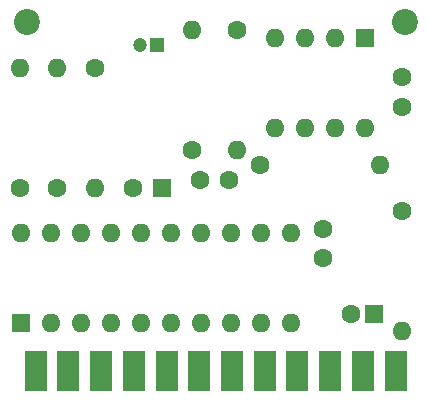
<source format=gbr>
%TF.GenerationSoftware,KiCad,Pcbnew,(6.0.0)*%
%TF.CreationDate,2022-03-19T09:51:23+00:00*%
%TF.ProjectId,open-amiga-samplerV1,6f70656e-2d61-46d6-9967-612d73616d70,rev?*%
%TF.SameCoordinates,Original*%
%TF.FileFunction,Soldermask,Bot*%
%TF.FilePolarity,Negative*%
%FSLAX46Y46*%
G04 Gerber Fmt 4.6, Leading zero omitted, Abs format (unit mm)*
G04 Created by KiCad (PCBNEW (6.0.0)) date 2022-03-19 09:51:23*
%MOMM*%
%LPD*%
G01*
G04 APERTURE LIST*
%ADD10C,1.600000*%
%ADD11O,1.600000X1.600000*%
%ADD12R,1.600000X1.600000*%
%ADD13R,1.846667X3.480000*%
%ADD14C,2.200000*%
%ADD15R,1.200000X1.200000*%
%ADD16C,1.200000*%
G04 APERTURE END LIST*
D10*
%TO.C,R7*%
X73025000Y-41910000D03*
D11*
X83185000Y-41910000D03*
%TD*%
D10*
%TO.C,C6*%
X70445000Y-43180000D03*
X67945000Y-43180000D03*
%TD*%
%TO.C,C5*%
X85090000Y-36961000D03*
X85090000Y-34461000D03*
%TD*%
%TO.C,C3*%
X78421000Y-47264000D03*
X78421000Y-49764000D03*
%TD*%
D12*
%TO.C,C1*%
X64770000Y-43815000D03*
D10*
X62270000Y-43815000D03*
%TD*%
D13*
%TO.C,J3*%
X54065000Y-59305000D03*
X56835000Y-59305000D03*
X59605000Y-59305000D03*
X62375000Y-59305000D03*
X65145000Y-59305000D03*
X67915000Y-59305000D03*
X70685000Y-59305000D03*
X73455000Y-59305000D03*
X76225000Y-59305000D03*
X78995000Y-59305000D03*
X81765000Y-59305000D03*
X84535000Y-59305000D03*
%TD*%
D12*
%TO.C,U1*%
X52829499Y-55290499D03*
D11*
X55369499Y-55290499D03*
X57909499Y-55290499D03*
X60449499Y-55290499D03*
X62989499Y-55290499D03*
X65529499Y-55290499D03*
X68069499Y-55290499D03*
X70609499Y-55290499D03*
X73149499Y-55290499D03*
X75689499Y-55290499D03*
X75689499Y-47670499D03*
X73149499Y-47670499D03*
X70609499Y-47670499D03*
X68069499Y-47670499D03*
X65529499Y-47670499D03*
X62989499Y-47670499D03*
X60449499Y-47670499D03*
X57909499Y-47670499D03*
X55369499Y-47670499D03*
X52829499Y-47670499D03*
%TD*%
%TO.C,R6*%
X67310000Y-30480000D03*
D10*
X67310000Y-40640000D03*
%TD*%
%TO.C,R5*%
X71120000Y-30480000D03*
D11*
X71120000Y-40640000D03*
%TD*%
D12*
%TO.C,U2*%
X81915000Y-31137001D03*
D11*
X79375000Y-31137001D03*
X76835000Y-31137001D03*
X74295000Y-31137001D03*
X74295000Y-38757001D03*
X76835000Y-38757001D03*
X79375000Y-38757001D03*
X81915000Y-38757001D03*
%TD*%
%TO.C,R2*%
X55880000Y-33655000D03*
D10*
X55880000Y-43815000D03*
%TD*%
%TO.C,R1*%
X52705000Y-43815000D03*
D11*
X52705000Y-33655000D03*
%TD*%
%TO.C,R4*%
X59055000Y-43815000D03*
D10*
X59055000Y-33655000D03*
%TD*%
%TO.C,R3*%
X85050000Y-45805000D03*
D11*
X85050000Y-55965000D03*
%TD*%
D14*
%TO.C,H1*%
X53300000Y-29805000D03*
%TD*%
%TO.C,H2*%
X85300000Y-29805000D03*
%TD*%
D12*
%TO.C,C4*%
X82739000Y-54528499D03*
D10*
X80739000Y-54528499D03*
%TD*%
D15*
%TO.C,C2*%
X64365000Y-31750000D03*
D16*
X62865000Y-31750000D03*
%TD*%
M02*

</source>
